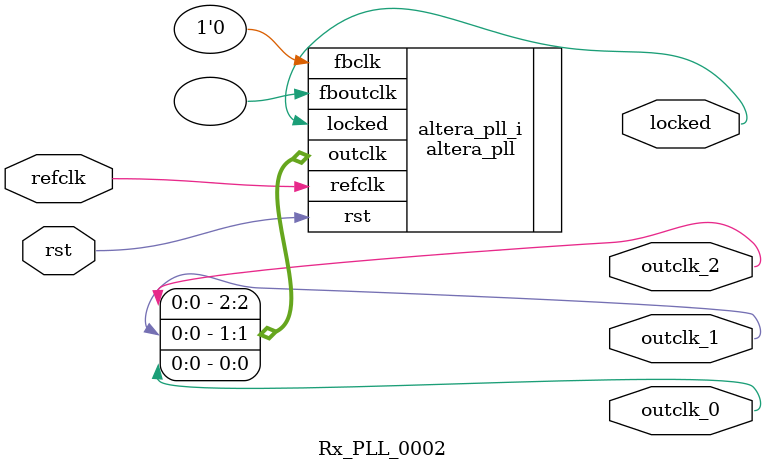
<source format=v>
`timescale 1ns/10ps
module  Rx_PLL_0002(

	// interface 'refclk'
	input wire refclk,

	// interface 'reset'
	input wire rst,

	// interface 'outclk0'
	output wire outclk_0,

	// interface 'outclk1'
	output wire outclk_1,

	// interface 'outclk2'
	output wire outclk_2,

	// interface 'locked'
	output wire locked
);

	altera_pll #(
		.fractional_vco_multiplier("true"),
		.reference_clock_frequency("50.0 MHz"),
		.operation_mode("direct"),
		.number_of_clocks(3),
		.output_clock_frequency0("180.555520 MHz"),
		.phase_shift0("0 ps"),
		.duty_cycle0(50),
		.output_clock_frequency1("90.277760 MHz"),
		.phase_shift1("0 ps"),
		.duty_cycle1(50),
		.output_clock_frequency2("1.410590 MHz"),
		.phase_shift2("0 ps"),
		.duty_cycle2(50),
		.output_clock_frequency3("0 MHz"),
		.phase_shift3("0 ps"),
		.duty_cycle3(50),
		.output_clock_frequency4("0 MHz"),
		.phase_shift4("0 ps"),
		.duty_cycle4(50),
		.output_clock_frequency5("0 MHz"),
		.phase_shift5("0 ps"),
		.duty_cycle5(50),
		.output_clock_frequency6("0 MHz"),
		.phase_shift6("0 ps"),
		.duty_cycle6(50),
		.output_clock_frequency7("0 MHz"),
		.phase_shift7("0 ps"),
		.duty_cycle7(50),
		.output_clock_frequency8("0 MHz"),
		.phase_shift8("0 ps"),
		.duty_cycle8(50),
		.output_clock_frequency9("0 MHz"),
		.phase_shift9("0 ps"),
		.duty_cycle9(50),
		.output_clock_frequency10("0 MHz"),
		.phase_shift10("0 ps"),
		.duty_cycle10(50),
		.output_clock_frequency11("0 MHz"),
		.phase_shift11("0 ps"),
		.duty_cycle11(50),
		.output_clock_frequency12("0 MHz"),
		.phase_shift12("0 ps"),
		.duty_cycle12(50),
		.output_clock_frequency13("0 MHz"),
		.phase_shift13("0 ps"),
		.duty_cycle13(50),
		.output_clock_frequency14("0 MHz"),
		.phase_shift14("0 ps"),
		.duty_cycle14(50),
		.output_clock_frequency15("0 MHz"),
		.phase_shift15("0 ps"),
		.duty_cycle15(50),
		.output_clock_frequency16("0 MHz"),
		.phase_shift16("0 ps"),
		.duty_cycle16(50),
		.output_clock_frequency17("0 MHz"),
		.phase_shift17("0 ps"),
		.duty_cycle17(50),
		.pll_type("General"),
		.pll_subtype("General")
	) altera_pll_i (
		.rst	(rst),
		.outclk	({outclk_2, outclk_1, outclk_0}),
		.locked	(locked),
		.fboutclk	( ),
		.fbclk	(1'b0),
		.refclk	(refclk)
	);
endmodule


</source>
